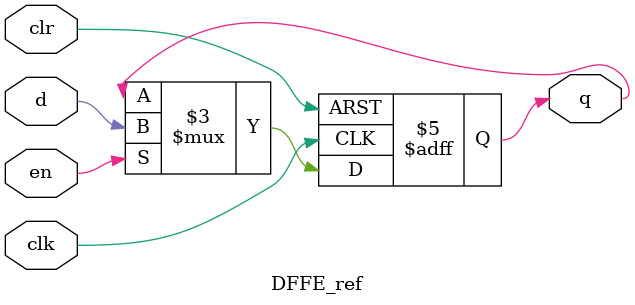
<source format=v>
module DFFE_ref(q, d, clk, en, clr);
   
   //Inputs
   input d, clk, en, clr;
   
   //Internal wire
   wire clr;

   //Output
   output q;
   
   //Register
   reg q;

   //Intialize q to 0
   initial
   begin
       q = 1'b0;
   end

   //Set value of q on positive edge of the clock or clear
   always @(posedge clk or posedge clr) begin
       //If clear is high, set q to 0
       if (clr) begin
           q <= 1'b0;
       //If enable is high, set q to the value of d
       end else if (en) begin
           q <= d;
       end
   end
endmodule
</source>
